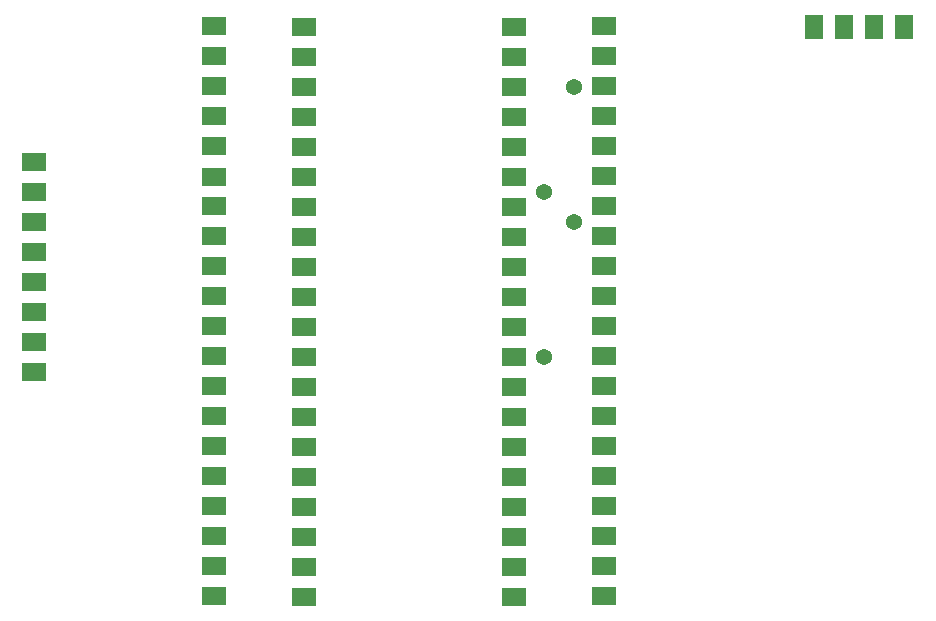
<source format=gbr>
G04 DesignSpark PCB Gerber Version 11.0 Build 5877*
%FSLAX35Y35*%
%MOIN*%
%ADD29R,0.06100X0.08100*%
%ADD27C,0.05400*%
%ADD28R,0.08100X0.06100*%
X0Y0D02*
D02*
D27*
X215250Y110250D03*
Y165250D03*
X225250Y155250D03*
Y200250D03*
D02*
D28*
X45250Y105250D03*
Y115250D03*
Y125250D03*
Y135250D03*
Y145250D03*
Y155250D03*
Y165250D03*
Y175250D03*
X105250Y30750D03*
Y40750D03*
Y50750D03*
Y60750D03*
Y70750D03*
Y80750D03*
Y90750D03*
Y100750D03*
Y110750D03*
Y120750D03*
Y130750D03*
Y140750D03*
Y150750D03*
Y160750D03*
Y170250D03*
Y180750D03*
Y190750D03*
Y200750D03*
Y210750D03*
Y220750D03*
X135250Y30250D03*
Y40250D03*
Y50250D03*
Y60250D03*
Y70250D03*
Y80250D03*
Y90250D03*
Y100250D03*
Y110250D03*
Y120250D03*
Y130250D03*
Y140250D03*
Y150250D03*
Y160250D03*
Y170250D03*
Y180250D03*
Y190250D03*
Y200250D03*
Y210250D03*
Y220250D03*
X205250Y30250D03*
Y40250D03*
Y50250D03*
Y60250D03*
Y70250D03*
Y80250D03*
Y90250D03*
Y100250D03*
Y110250D03*
Y120250D03*
Y130250D03*
Y140250D03*
Y150250D03*
Y160250D03*
Y170250D03*
Y180250D03*
Y190250D03*
Y200250D03*
Y210250D03*
Y220250D03*
X235250Y30750D03*
Y40750D03*
Y50750D03*
Y60750D03*
Y70750D03*
Y80750D03*
Y90750D03*
Y100750D03*
Y110750D03*
Y120750D03*
Y130750D03*
Y140750D03*
Y150750D03*
Y160750D03*
Y170750D03*
Y180750D03*
Y190750D03*
Y200750D03*
Y210750D03*
Y220750D03*
D02*
D29*
X305250Y220250D03*
X315250D03*
X325250D03*
X335250D03*
X0Y0D02*
M02*

</source>
